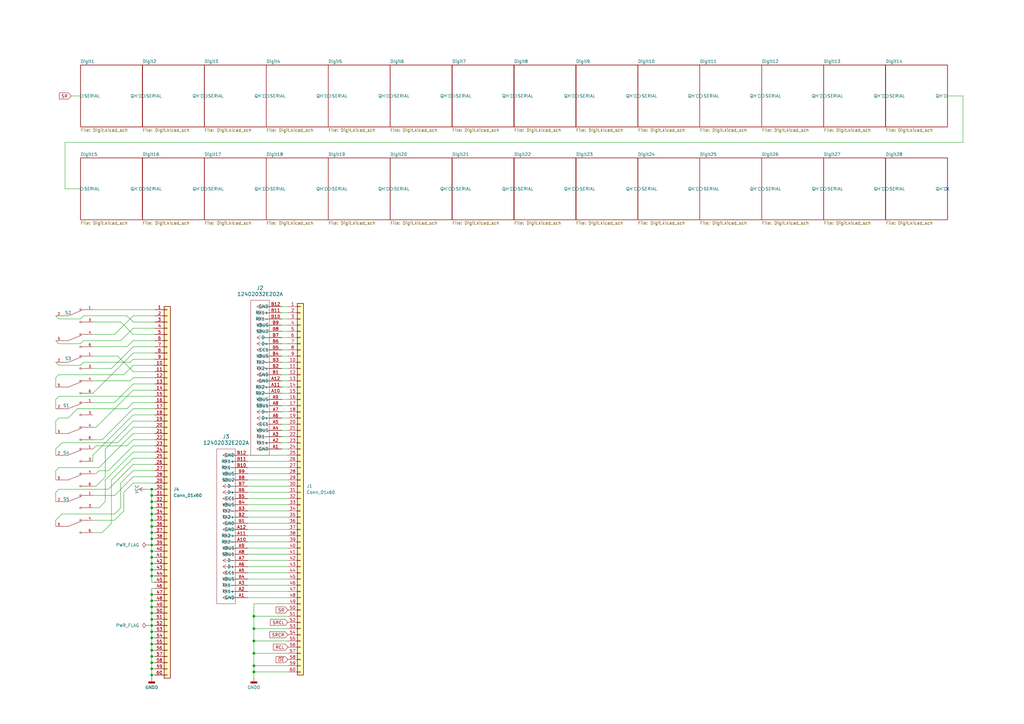
<source format=kicad_sch>
(kicad_sch (version 20250114) (generator "eeschema") (generator_version "9.0")
  (paper "A3")
  (lib_symbols
    (symbol "Connector_Generic:Conn_01x60" (pin_names (offset 1.016) (hide yes))
      (property "Reference" "J" (at 0 76.2 0))
      (property "Value" "Conn_01x60" (at 0 -78.74 0))
      (symbol "Conn_01x60_1_1"
        (pin passive line (at -5.08 73.66 0) (length 3.81) (name "Pin_1") (number "1"))
        (pin passive line (at -5.08 71.12 0) (length 3.81) (name "Pin_2") (number "2"))
        (pin passive line (at -5.08 68.58 0) (length 3.81) (name "Pin_3") (number "3"))
        (pin passive line (at -5.08 66.04 0) (length 3.81) (name "Pin_4") (number "4"))
        (pin passive line (at -5.08 63.5 0) (length 3.81) (name "Pin_5") (number "5"))
        (pin passive line (at -5.08 60.96 0) (length 3.81) (name "Pin_6") (number "6"))
        (pin passive line (at -5.08 58.42 0) (length 3.81) (name "Pin_7") (number "7"))
        (pin passive line (at -5.08 55.88 0) (length 3.81) (name "Pin_8") (number "8"))
        (pin passive line (at -5.08 53.34 0) (length 3.81) (name "Pin_9") (number "9"))
        (pin passive line (at -5.08 50.8 0) (length 3.81) (name "Pin_10") (number "10"))
        (pin passive line (at -5.08 48.26 0) (length 3.81) (name "Pin_11") (number "11"))
        (pin passive line (at -5.08 45.72 0) (length 3.81) (name "Pin_12") (number "12"))
        (pin passive line (at -5.08 43.18 0) (length 3.81) (name "Pin_13") (number "13"))
        (pin passive line (at -5.08 40.64 0) (length 3.81) (name "Pin_14") (number "14"))
        (pin passive line (at -5.08 38.1 0) (length 3.81) (name "Pin_15") (number "15"))
        (pin passive line (at -5.08 35.56 0) (length 3.81) (name "Pin_16") (number "16"))
        (pin passive line (at -5.08 33.02 0) (length 3.81) (name "Pin_17") (number "17"))
        (pin passive line (at -5.08 30.48 0) (length 3.81) (name "Pin_18") (number "18"))
        (pin passive line (at -5.08 27.94 0) (length 3.81) (name "Pin_19") (number "19"))
        (pin passive line (at -5.08 25.4 0) (length 3.81) (name "Pin_20") (number "20"))
        (pin passive line (at -5.08 22.86 0) (length 3.81) (name "Pin_21") (number "21"))
        (pin passive line (at -5.08 20.32 0) (length 3.81) (name "Pin_22") (number "22"))
        (pin passive line (at -5.08 17.78 0) (length 3.81) (name "Pin_23") (number "23"))
        (pin passive line (at -5.08 15.24 0) (length 3.81) (name "Pin_24") (number "24"))
        (pin passive line (at -5.08 12.7 0) (length 3.81) (name "Pin_25") (number "25"))
        (pin passive line (at -5.08 10.16 0) (length 3.81) (name "Pin_26") (number "26"))
        (pin passive line (at -5.08 7.62 0) (length 3.81) (name "Pin_27") (number "27"))
        (pin passive line (at -5.08 5.08 0) (length 3.81) (name "Pin_28") (number "28"))
        (pin passive line (at -5.08 2.54 0) (length 3.81) (name "Pin_29") (number "29"))
        (pin passive line (at -5.08 0 0) (length 3.81) (name "Pin_30") (number "30"))
        (pin passive line (at -5.08 -2.54 0) (length 3.81) (name "Pin_31") (number "31"))
        (pin passive line (at -5.08 -5.08 0) (length 3.81) (name "Pin_32") (number "32"))
        (pin passive line (at -5.08 -7.62 0) (length 3.81) (name "Pin_33") (number "33"))
        (pin passive line (at -5.08 -10.16 0) (length 3.81) (name "Pin_34") (number "34"))
        (pin passive line (at -5.08 -12.7 0) (length 3.81) (name "Pin_35") (number "35"))
        (pin passive line (at -5.08 -15.24 0) (length 3.81) (name "Pin_36") (number "36"))
        (pin passive line (at -5.08 -17.78 0) (length 3.81) (name "Pin_37") (number "37"))
        (pin passive line (at -5.08 -20.32 0) (length 3.81) (name "Pin_38") (number "38"))
        (pin passive line (at -5.08 -22.86 0) (length 3.81) (name "Pin_39") (number "39"))
        (pin passive line (at -5.08 -25.4 0) (length 3.81) (name "Pin_40") (number "40"))
        (pin passive line (at -5.08 -27.94 0) (length 3.81) (name "Pin_41") (number "41"))
        (pin passive line (at -5.08 -30.48 0) (length 3.81) (name "Pin_42") (number "42"))
        (pin passive line (at -5.08 -33.02 0) (length 3.81) (name "Pin_43") (number "43"))
        (pin passive line (at -5.08 -35.56 0) (length 3.81) (name "Pin_44") (number "44"))
        (pin passive line (at -5.08 -38.1 0) (length 3.81) (name "Pin_45") (number "45"))
        (pin passive line (at -5.08 -40.64 0) (length 3.81) (name "Pin_46") (number "46"))
        (pin passive line (at -5.08 -43.18 0) (length 3.81) (name "Pin_47") (number "47"))
        (pin passive line (at -5.08 -45.72 0) (length 3.81) (name "Pin_48") (number "48"))
        (pin passive line (at -5.08 -48.26 0) (length 3.81) (name "Pin_49") (number "49"))
        (pin passive line (at -5.08 -50.8 0) (length 3.81) (name "Pin_50") (number "50"))
        (pin passive line (at -5.08 -53.34 0) (length 3.81) (name "Pin_51") (number "51"))
        (pin passive line (at -5.08 -55.88 0) (length 3.81) (name "Pin_52") (number "52"))
        (pin passive line (at -5.08 -58.42 0) (length 3.81) (name "Pin_53") (number "53"))
        (pin passive line (at -5.08 -60.96 0) (length 3.81) (name "Pin_54") (number "54"))
        (pin passive line (at -5.08 -63.5 0) (length 3.81) (name "Pin_55") (number "55"))
        (pin passive line (at -5.08 -66.04 0) (length 3.81) (name "Pin_56") (number "56"))
        (pin passive line (at -5.08 -68.58 0) (length 3.81) (name "Pin_57") (number "57"))
        (pin passive line (at -5.08 -71.12 0) (length 3.81) (name "Pin_58") (number "58"))
        (pin passive line (at -5.08 -73.66 0) (length 3.81) (name "Pin_59") (number "59"))
        (pin passive line (at -5.08 -76.2 0) (length 3.81) (name "Pin_60") (number "60"))
      )
    )
    (symbol "External_Parts:12402032E202A" (pin_names (offset 0.254))
      (property "Reference" "J" (at 8.89 6.35 0))
      (property "Value" "12402032E202A" (at 0 0 0))
      (symbol "12402032E202A_1_1"
        (pin power_out line (at 0 0 0) (length 5.08) (name "GND") (number "A1"))
        (pin bidirectional line (at 0 -2.54 0) (length 5.08) (name "TX1+") (number "A2"))
        (pin bidirectional line (at 0 -5.08 0) (length 5.08) (name "TX1-") (number "A3"))
        (pin power_in line (at 0 -7.62 0) (length 5.08) (name "VBUS") (number "A4"))
        (pin bidirectional line (at 0 -10.16 0) (length 5.08) (name "CC1") (number "A5"))
        (pin unspecified line (at 0 -12.7 0) (length 5.08) (name "D+") (number "A6"))
        (pin bidirectional line (at 0 -15.24 0) (length 5.08) (name "D-") (number "A7"))
        (pin bidirectional line (at 0 -17.78 0) (length 5.08) (name "SBU1") (number "A8"))
        (pin power_in line (at 0 -20.32 0) (length 5.08) (name "VBUS") (number "A9"))
        (pin bidirectional line (at 0 -22.86 0) (length 5.08) (name "RX2-") (number "A10"))
        (pin bidirectional line (at 0 -25.4 0) (length 5.08) (name "RX2+") (number "A11"))
        (pin power_out line (at 0 -27.94 0) (length 5.08) (name "GND") (number "A12"))
        (pin power_out line (at 0 -30.48 0) (length 5.08) (name "GND") (number "B1"))
        (pin bidirectional line (at 0 -33.02 0) (length 5.08) (name "TX2+") (number "B2"))
        (pin bidirectional line (at 0 -35.56 0) (length 5.08) (name "TX2-") (number "B3"))
        (pin power_in line (at 0 -38.1 0) (length 5.08) (name "VBUS") (number "B4"))
        (pin bidirectional line (at 0 -40.64 0) (length 5.08) (name "CC1") (number "B5"))
        (pin unspecified line (at 0 -43.18 0) (length 5.08) (name "D+") (number "B6"))
        (pin bidirectional line (at 0 -45.72 0) (length 5.08) (name "D-") (number "B7"))
        (pin bidirectional line (at 0 -48.26 0) (length 5.08) (name "SBU2") (number "B8"))
        (pin power_in line (at 0 -50.8 0) (length 5.08) (name "VBUS") (number "B9"))
        (pin bidirectional line (at 0 -53.34 0) (length 5.08) (name "RX1-") (number "B10"))
        (pin bidirectional line (at 0 -55.88 0) (length 5.08) (name "RX1+") (number "B11"))
        (pin power_out line (at 0 -58.42 0) (length 5.08) (name "GND") (number "B12"))
      )
      (symbol "12402032E202A_1_2"
        (pin power_out line (at 0 0 0) (length 5.08) (name "GND") (number "A1"))
        (pin bidirectional line (at 0 -2.54 0) (length 5.08) (name "TX1+") (number "A2"))
        (pin bidirectional line (at 0 -5.08 0) (length 5.08) (name "TX1-") (number "A3"))
        (pin power_in line (at 0 -7.62 0) (length 5.08) (name "VBUS") (number "A4"))
        (pin bidirectional line (at 0 -10.16 0) (length 5.08) (name "CC1") (number "A5"))
        (pin unspecified line (at 0 -12.7 0) (length 5.08) (name "D+") (number "A6"))
        (pin bidirectional line (at 0 -15.24 0) (length 5.08) (name "D-") (number "A7"))
        (pin bidirectional line (at 0 -17.78 0) (length 5.08) (name "SBU1") (number "A8"))
        (pin power_in line (at 0 -20.32 0) (length 5.08) (name "VBUS") (number "A9"))
        (pin bidirectional line (at 0 -22.86 0) (length 5.08) (name "RX2-") (number "A10"))
        (pin bidirectional line (at 0 -25.4 0) (length 5.08) (name "RX2+") (number "A11"))
        (pin power_out line (at 0 -27.94 0) (length 5.08) (name "GND") (number "A12"))
        (pin power_out line (at 0 -30.48 0) (length 5.08) (name "GND") (number "B1"))
        (pin bidirectional line (at 0 -33.02 0) (length 5.08) (name "TX2+") (number "B2"))
        (pin bidirectional line (at 0 -35.56 0) (length 5.08) (name "TX2-") (number "B3"))
        (pin power_in line (at 0 -38.1 0) (length 5.08) (name "VBUS") (number "B4"))
        (pin bidirectional line (at 0 -40.64 0) (length 5.08) (name "CC1") (number "B5"))
        (pin unspecified line (at 0 -43.18 0) (length 5.08) (name "D+") (number "B6"))
        (pin bidirectional line (at 0 -45.72 0) (length 5.08) (name "D-") (number "B7"))
        (pin bidirectional line (at 0 -48.26 0) (length 5.08) (name "SBU2") (number "B8"))
        (pin power_in line (at 0 -50.8 0) (length 5.08) (name "VBUS") (number "B9"))
        (pin bidirectional line (at 0 -53.34 0) (length 5.08) (name "RX1-") (number "B10"))
        (pin bidirectional line (at 0 -55.88 0) (length 5.08) (name "RX1+") (number "B11"))
        (pin power_out line (at 0 -58.42 0) (length 5.08) (name "GND") (number "B12"))
      )
    )
    (symbol "External_Parts:TL2230EEF100" (pin_names (offset 1.016))
      (property "Reference" "S" (at -2.54 10.16 0))
      (property "Value" "TL2230EEF100" (at -2.54 -10.16 0))
      (symbol "TL2230EEF100_0_0"
        (pin passive line (at -7.62 5.08 0) (length 2.54) (name "~") (number "2"))
        (pin passive line (at -7.62 -5.08 0) (length 2.54) (name "~") (number "5"))
        (pin passive line (at 7.62 7.62 180) (length 2.54) (name "~") (number "1"))
        (pin passive line (at 7.62 2.54 180) (length 2.54) (name "~") (number "3"))
        (pin passive line (at 7.62 -2.54 180) (length 2.54) (name "~") (number "4"))
        (pin passive line (at 7.62 -7.62 180) (length 2.54) (name "~") (number "6"))
      )
    )
    (symbol "power:GNDD" (power) (pin_numbers (hide yes)) (pin_names (offset 0) (hide yes))
      (property "Value" "GNDD" (at 0 -3.175 0))
      (symbol "GNDD_1_1"
        (pin power_in line (at 0 0 270) (length 0) (name "~") (number "1"))
      )
    )
    (symbol "power:PWR_FLAG" (power) (pin_numbers (hide yes)) (pin_names (offset 0) (hide yes))
      (property "Value" "PWR_FLAG" (at 0 3.81 0))
      (symbol "PWR_FLAG_0_0"
        (pin power_out line (at 0 0 90) (length 0) (name "~") (number "1"))
      )
    )
    (symbol "power:VCC" (power) (pin_numbers (hide yes)) (pin_names (offset 0) (hide yes))
      (property "Value" "VCC" (at 0 3.556 0))
      (symbol "VCC_1_1"
        (pin power_in line (at 0 0 90) (length 0) (name "~") (number "1"))
      )
    )
  )
  (junction (at 62.23 200.66))
  (junction (at 62.23 203.2))
  (junction (at 62.23 269.24))
  (junction (at 62.23 215.9))
  (junction (at 62.23 274.32))
  (junction (at 104.14 267.97))
  (junction (at 62.23 256.54))
  (junction (at 104.14 262.89))
  (junction (at 62.23 208.28))
  (junction (at 104.14 252.73))
  (junction (at 62.23 233.68))
  (junction (at 104.14 275.59))
  (junction (at 62.23 236.22))
  (junction (at 62.23 205.74))
  (junction (at 62.23 271.78))
  (junction (at 62.23 264.16))
  (junction (at 62.23 254))
  (junction (at 62.23 261.62))
  (junction (at 62.23 243.84))
  (junction (at 62.23 223.52))
  (junction (at 104.14 257.81))
  (junction (at 104.14 273.05))
  (junction (at 62.23 248.92))
  (junction (at 62.23 213.36))
  (junction (at 62.23 251.46))
  (junction (at 62.23 228.6))
  (junction (at 62.23 259.08))
  (junction (at 62.23 226.06))
  (junction (at 62.23 218.44))
  (junction (at 62.23 210.82))
  (junction (at 62.23 220.98))
  (junction (at 62.23 231.14))
  (junction (at 62.23 266.7))
  (junction (at 62.23 246.38))
  (junction (at 62.23 276.86))
  (no_connect (at 388.62 77.47))
  (wire (pts (xy 54.61 182.88) (xy 63.5 182.88)))
  (wire (pts (xy 46.99 137.16) (xy 54.61 129.54)))
  (wire (pts (xy 62.23 210.82) (xy 63.5 210.82)))
  (wire (pts (xy 54.61 157.48) (xy 63.5 157.48)))
  (wire (pts (xy 115.57 143.51) (xy 118.11 143.51)))
  (wire (pts (xy 62.23 256.54) (xy 62.23 259.08)))
  (wire (pts (xy 62.23 220.98) (xy 62.23 218.44)))
  (wire (pts (xy 62.23 271.78) (xy 63.5 271.78)))
  (wire (pts (xy 63.5 220.98) (xy 62.23 220.98)))
  (wire (pts (xy 62.23 226.06) (xy 62.23 228.6)))
  (wire (pts (xy 38.1 146.05) (xy 48.26 146.05)))
  (wire (pts (xy 39.37 199.39) (xy 43.18 195.58)))
  (wire (pts (xy 34.29 139.7) (xy 49.53 139.7)))
  (wire (pts (xy 62.23 205.74) (xy 63.5 205.74)))
  (wire (pts (xy 54.61 180.34) (xy 63.5 180.34)))
  (wire (pts (xy 24.13 200.66) (xy 44.45 200.66)))
  (wire (pts (xy 33.02 130.81) (xy 34.29 129.54)))
  (wire (pts (xy 115.57 173.99) (xy 118.11 173.99)))
  (wire (pts (xy 101.6 237.49) (xy 118.11 237.49)))
  (wire (pts (xy 31.75 167.64) (xy 27.94 171.45)))
  (wire (pts (xy 46.99 203.2) (xy 54.61 195.58)))
  (wire (pts (xy 54.61 149.86) (xy 63.5 149.86)))
  (wire (pts (xy 62.23 266.7) (xy 62.23 269.24)))
  (wire (pts (xy 62.23 223.52) (xy 62.23 220.98)))
  (wire (pts (xy 24.13 140.97) (xy 33.02 140.97)))
  (wire (pts (xy 62.23 208.28) (xy 63.5 208.28)))
  (wire (pts (xy 38.1 186.69) (xy 54.61 170.18)))
  (wire (pts (xy 63.5 165.1) (xy 54.61 165.1)))
  (wire (pts (xy 43.18 196.85) (xy 54.61 185.42)))
  (wire (pts (xy 38.1 184.15) (xy 39.37 182.88)))
  (wire (pts (xy 115.57 146.05) (xy 118.11 146.05)))
  (wire (pts (xy 394.97 39.37) (xy 388.62 39.37)))
  (wire (pts (xy 104.14 275.59) (xy 118.11 275.59)))
  (wire (pts (xy 25.4 181.61) (xy 48.26 181.61)))
  (wire (pts (xy 45.72 151.13) (xy 54.61 142.24)))
  (wire (pts (xy 115.57 176.53) (xy 118.11 176.53)))
  (wire (pts (xy 54.61 193.04) (xy 63.5 193.04)))
  (wire (pts (xy 62.23 223.52) (xy 62.23 226.06)))
  (wire (pts (xy 54.61 175.26) (xy 63.5 175.26)))
  (wire (pts (xy 115.57 128.27) (xy 118.11 128.27)))
  (wire (pts (xy 101.6 234.95) (xy 118.11 234.95)))
  (wire (pts (xy 62.23 218.44) (xy 62.23 215.9)))
  (wire (pts (xy 60.96 223.52) (xy 62.23 223.52)))
  (wire (pts (xy 62.23 276.86) (xy 63.5 276.86)))
  (wire (pts (xy 22.86 213.36) (xy 25.4 210.82)))
  (wire (pts (xy 62.23 200.66) (xy 63.5 200.66)))
  (wire (pts (xy 41.91 180.34) (xy 54.61 167.64)))
  (wire (pts (xy 24.13 130.81) (xy 33.02 130.81)))
  (wire (pts (xy 115.57 171.45) (xy 118.11 171.45)))
  (wire (pts (xy 394.97 58.42) (xy 394.97 39.37)))
  (wire (pts (xy 62.23 271.78) (xy 62.23 274.32)))
  (wire (pts (xy 101.6 207.01) (xy 118.11 207.01)))
  (wire (pts (xy 101.6 189.23) (xy 118.11 189.23)))
  (wire (pts (xy 50.8 201.93) (xy 54.61 198.12)))
  (wire (pts (xy 54.61 154.94) (xy 63.5 154.94)))
  (wire (pts (xy 52.07 129.54) (xy 54.61 132.08)))
  (wire (pts (xy 118.11 247.65) (xy 104.14 247.65)))
  (wire (pts (xy 54.61 170.18) (xy 63.5 170.18)))
  (wire (pts (xy 62.23 246.38) (xy 62.23 248.92)))
  (wire (pts (xy 34.29 129.54) (xy 52.07 129.54)))
  (wire (pts (xy 38.1 156.21) (xy 53.34 156.21)))
  (wire (pts (xy 54.61 137.16) (xy 63.5 137.16)))
  (wire (pts (xy 22.86 154.94) (xy 24.13 153.67)))
  (wire (pts (xy 62.23 236.22) (xy 63.5 236.22)))
  (wire (pts (xy 101.6 212.09) (xy 118.11 212.09)))
  (wire (pts (xy 46.99 213.36) (xy 50.8 209.55)))
  (wire (pts (xy 101.6 232.41) (xy 118.11 232.41)))
  (wire (pts (xy 22.86 215.9) (xy 22.86 213.36)))
  (wire (pts (xy 38.1 180.34) (xy 41.91 180.34)))
  (wire (pts (xy 62.23 226.06) (xy 63.5 226.06)))
  (wire (pts (xy 62.23 243.84) (xy 63.5 243.84)))
  (wire (pts (xy 101.6 240.03) (xy 118.11 240.03)))
  (wire (pts (xy 38.1 194.31) (xy 39.37 194.31)))
  (wire (pts (xy 53.34 156.21) (xy 54.61 154.94)))
  (wire (pts (xy 63.5 256.54) (xy 62.23 256.54)))
  (wire (pts (xy 24.13 149.86) (xy 33.02 149.86)))
  (wire (pts (xy 62.23 236.22) (xy 62.23 238.76)))
  (wire (pts (xy 49.53 139.7) (xy 54.61 134.62)))
  (wire (pts (xy 45.72 196.85) (xy 54.61 187.96)))
  (wire (pts (xy 60.96 256.54) (xy 62.23 256.54)))
  (wire (pts (xy 104.14 262.89) (xy 104.14 267.97)))
  (wire (pts (xy 101.6 196.85) (xy 118.11 196.85)))
  (wire (pts (xy 115.57 135.89) (xy 118.11 135.89)))
  (wire (pts (xy 101.6 245.11) (xy 118.11 245.11)))
  (wire (pts (xy 104.14 247.65) (xy 104.14 252.73)))
  (wire (pts (xy 104.14 262.89) (xy 118.11 262.89)))
  (wire (pts (xy 40.64 208.28) (xy 43.18 205.74)))
  (wire (pts (xy 22.86 158.75) (xy 22.86 154.94)))
  (wire (pts (xy 101.6 227.33) (xy 118.11 227.33)))
  (wire (pts (xy 38.1 142.24) (xy 52.07 142.24)))
  (wire (pts (xy 44.45 200.66) (xy 54.61 190.5)))
  (wire (pts (xy 39.37 182.88) (xy 52.07 182.88)))
  (wire (pts (xy 54.61 177.8) (xy 63.5 177.8)))
  (wire (pts (xy 104.14 267.97) (xy 104.14 273.05)))
  (wire (pts (xy 48.26 181.61) (xy 54.61 175.26)))
  (wire (pts (xy 62.23 213.36) (xy 63.5 213.36)))
  (wire (pts (xy 62.23 269.24) (xy 63.5 269.24)))
  (wire (pts (xy 101.6 191.77) (xy 118.11 191.77)))
  (wire (pts (xy 62.23 264.16) (xy 62.23 266.7)))
  (wire (pts (xy 54.61 147.32) (xy 63.5 147.32)))
  (wire (pts (xy 22.86 186.69) (xy 22.86 184.15)))
  (wire (pts (xy 52.07 182.88) (xy 54.61 180.34)))
  (wire (pts (xy 62.23 200.66) (xy 62.23 203.2)))
  (wire (pts (xy 62.23 259.08) (xy 62.23 261.62)))
  (wire (pts (xy 62.23 243.84) (xy 62.23 246.38)))
  (wire (pts (xy 62.23 259.08) (xy 63.5 259.08)))
  (wire (pts (xy 38.1 132.08) (xy 49.53 132.08)))
  (wire (pts (xy 49.53 208.28) (xy 49.53 198.12)))
  (wire (pts (xy 62.23 251.46) (xy 63.5 251.46)))
  (wire (pts (xy 104.14 257.81) (xy 104.14 262.89)))
  (wire (pts (xy 54.61 167.64) (xy 63.5 167.64)))
  (wire (pts (xy 45.72 214.63) (xy 45.72 196.85)))
  (wire (pts (xy 62.23 231.14) (xy 63.5 231.14)))
  (wire (pts (xy 104.14 273.05) (xy 118.11 273.05)))
  (wire (pts (xy 53.34 148.59) (xy 54.61 147.32)))
  (wire (pts (xy 22.86 184.15) (xy 25.4 181.61)))
  (wire (pts (xy 59.69 200.66) (xy 62.23 200.66)))
  (wire (pts (xy 38.1 127) (xy 63.5 127)))
  (wire (pts (xy 101.6 209.55) (xy 118.11 209.55)))
  (wire (pts (xy 62.23 218.44) (xy 63.5 218.44)))
  (wire (pts (xy 104.14 252.73) (xy 104.14 257.81)))
  (wire (pts (xy 49.53 198.12) (xy 54.61 193.04)))
  (wire (pts (xy 62.23 251.46) (xy 62.23 254)))
  (wire (pts (xy 104.14 257.81) (xy 118.11 257.81)))
  (wire (pts (xy 54.61 142.24) (xy 63.5 142.24)))
  (wire (pts (xy 62.23 241.3) (xy 62.23 243.84)))
  (wire (pts (xy 104.14 252.73) (xy 118.11 252.73)))
  (wire (pts (xy 62.23 238.76) (xy 63.5 238.76)))
  (wire (pts (xy 101.6 219.71) (xy 118.11 219.71)))
  (wire (pts (xy 101.6 242.57) (xy 118.11 242.57)))
  (wire (pts (xy 101.6 229.87) (xy 118.11 229.87)))
  (wire (pts (xy 115.57 166.37) (xy 118.11 166.37)))
  (wire (pts (xy 54.61 137.16) (xy 49.53 132.08)))
  (wire (pts (xy 63.5 162.56) (xy 24.13 162.56)))
  (wire (pts (xy 54.61 129.54) (xy 63.5 129.54)))
  (wire (pts (xy 38.1 203.2) (xy 46.99 203.2)))
  (wire (pts (xy 101.6 222.25) (xy 118.11 222.25)))
  (wire (pts (xy 62.23 264.16) (xy 63.5 264.16)))
  (wire (pts (xy 40.64 193.04) (xy 44.45 193.04)))
  (wire (pts (xy 62.23 269.24) (xy 62.23 271.78)))
  (wire (pts (xy 24.13 153.67) (xy 50.8 153.67)))
  (wire (pts (xy 62.23 205.74) (xy 62.23 203.2)))
  (wire (pts (xy 38.1 189.23) (xy 38.1 186.69)))
  (wire (pts (xy 22.86 193.04) (xy 24.13 191.77)))
  (wire (pts (xy 22.86 148.59) (xy 24.13 149.86)))
  (wire (pts (xy 38.1 213.36) (xy 46.99 213.36)))
  (wire (pts (xy 39.37 175.26) (xy 54.61 160.02)))
  (wire (pts (xy 62.23 254) (xy 62.23 256.54)))
  (wire (pts (xy 101.6 201.93) (xy 118.11 201.93)))
  (wire (pts (xy 22.86 163.83) (xy 22.86 167.64)))
  (wire (pts (xy 46.99 210.82) (xy 49.53 208.28)))
  (wire (pts (xy 115.57 153.67) (xy 118.11 153.67)))
  (wire (pts (xy 115.57 181.61) (xy 118.11 181.61)))
  (wire (pts (xy 62.23 228.6) (xy 62.23 231.14)))
  (wire (pts (xy 62.23 276.86) (xy 62.23 278.13)))
  (wire (pts (xy 38.1 165.1) (xy 46.99 165.1)))
  (wire (pts (xy 22.86 139.7) (xy 24.13 140.97)))
  (wire (pts (xy 54.61 187.96) (xy 63.5 187.96)))
  (wire (pts (xy 22.86 201.93) (xy 24.13 200.66)))
  (wire (pts (xy 22.86 172.72) (xy 22.86 177.8)))
  (wire (pts (xy 62.23 215.9) (xy 63.5 215.9)))
  (wire (pts (xy 34.29 148.59) (xy 53.34 148.59)))
  (wire (pts (xy 27.94 171.45) (xy 24.13 171.45)))
  (wire (pts (xy 63.5 152.4) (xy 54.61 152.4)))
  (wire (pts (xy 101.6 204.47) (xy 118.11 204.47)))
  (wire (pts (xy 101.6 194.31) (xy 118.11 194.31)))
  (wire (pts (xy 38.1 161.29) (xy 54.61 144.78)))
  (wire (pts (xy 62.23 233.68) (xy 62.23 236.22)))
  (wire (pts (xy 33.02 140.97) (xy 34.29 139.7)))
  (wire (pts (xy 54.61 195.58) (xy 63.5 195.58)))
  (wire (pts (xy 115.57 140.97) (xy 118.11 140.97)))
  (wire (pts (xy 62.23 246.38) (xy 63.5 246.38)))
  (wire (pts (xy 54.61 139.7) (xy 63.5 139.7)))
  (wire (pts (xy 33.02 77.47) (xy 26.67 77.47)))
  (wire (pts (xy 38.1 137.16) (xy 46.99 137.16)))
  (wire (pts (xy 62.23 231.14) (xy 62.23 233.68)))
  (wire (pts (xy 39.37 194.31) (xy 40.64 193.04)))
  (wire (pts (xy 43.18 205.74) (xy 43.18 196.85)))
  (wire (pts (xy 62.23 215.9) (xy 62.23 213.36)))
  (wire (pts (xy 46.99 165.1) (xy 54.61 157.48)))
  (wire (pts (xy 22.86 196.85) (xy 22.86 193.04)))
  (wire (pts (xy 62.23 228.6) (xy 63.5 228.6)))
  (wire (pts (xy 101.6 199.39) (xy 118.11 199.39)))
  (wire (pts (xy 24.13 171.45) (xy 22.86 172.72)))
  (wire (pts (xy 29.21 39.37) (xy 33.02 39.37)))
  (wire (pts (xy 115.57 125.73) (xy 118.11 125.73)))
  (wire (pts (xy 101.6 217.17) (xy 118.11 217.17)))
  (wire (pts (xy 33.02 149.86) (xy 34.29 148.59)))
  (wire (pts (xy 115.57 163.83) (xy 118.11 163.83)))
  (wire (pts (xy 62.23 274.32) (xy 63.5 274.32)))
  (wire (pts (xy 62.23 213.36) (xy 62.23 210.82)))
  (wire (pts (xy 101.6 214.63) (xy 118.11 214.63)))
  (wire (pts (xy 38.1 199.39) (xy 39.37 199.39)))
  (wire (pts (xy 115.57 148.59) (xy 118.11 148.59)))
  (wire (pts (xy 43.18 195.58) (xy 43.18 184.15)))
  (wire (pts (xy 54.61 185.42) (xy 63.5 185.42)))
  (wire (pts (xy 24.13 191.77) (xy 40.64 191.77)))
  (wire (pts (xy 62.23 208.28) (xy 62.23 205.74)))
  (wire (pts (xy 62.23 261.62) (xy 62.23 264.16)))
  (wire (pts (xy 54.61 132.08) (xy 63.5 132.08)))
  (wire (pts (xy 62.23 266.7) (xy 63.5 266.7)))
  (wire (pts (xy 41.91 218.44) (xy 45.72 214.63)))
  (wire (pts (xy 62.23 261.62) (xy 63.5 261.62)))
  (wire (pts (xy 38.1 218.44) (xy 41.91 218.44)))
  (wire (pts (xy 62.23 241.3) (xy 63.5 241.3)))
  (wire (pts (xy 115.57 138.43) (xy 118.11 138.43)))
  (wire (pts (xy 115.57 179.07) (xy 118.11 179.07)))
  (wire (pts (xy 54.61 172.72) (xy 63.5 172.72)))
  (wire (pts (xy 38.1 175.26) (xy 39.37 175.26)))
  (wire (pts (xy 22.86 205.74) (xy 22.86 201.93)))
  (wire (pts (xy 38.1 208.28) (xy 40.64 208.28)))
  (wire (pts (xy 54.61 198.12) (xy 63.5 198.12)))
  (wire (pts (xy 38.1 151.13) (xy 45.72 151.13)))
  (wire (pts (xy 115.57 156.21) (xy 118.11 156.21)))
  (wire (pts (xy 115.57 133.35) (xy 118.11 133.35)))
  (wire (pts (xy 25.4 210.82) (xy 46.99 210.82)))
  (wire (pts (xy 24.13 162.56) (xy 22.86 163.83)))
  (wire (pts (xy 62.23 248.92) (xy 62.23 251.46)))
  (wire (pts (xy 104.14 275.59) (xy 104.14 278.13)))
  (wire (pts (xy 62.23 210.82) (xy 62.23 208.28)))
  (wire (pts (xy 50.8 209.55) (xy 50.8 201.93)))
  (wire (pts (xy 52.07 167.64) (xy 31.75 167.64)))
  (wire (pts (xy 115.57 158.75) (xy 118.11 158.75)))
  (wire (pts (xy 40.64 191.77) (xy 54.61 177.8)))
  (wire (pts (xy 22.86 129.54) (xy 24.13 130.81)))
  (wire (pts (xy 104.14 267.97) (xy 118.11 267.97)))
  (wire (pts (xy 43.18 184.15) (xy 54.61 172.72)))
  (wire (pts (xy 62.23 203.2) (xy 63.5 203.2)))
  (wire (pts (xy 26.67 77.47) (xy 26.67 58.42)))
  (wire (pts (xy 44.45 193.04) (xy 54.61 182.88)))
  (wire (pts (xy 115.57 168.91) (xy 118.11 168.91)))
  (wire (pts (xy 62.23 274.32) (xy 62.23 276.86)))
  (wire (pts (xy 62.23 254) (xy 63.5 254)))
  (wire (pts (xy 54.61 144.78) (xy 63.5 144.78)))
  (wire (pts (xy 54.61 152.4) (xy 48.26 146.05)))
  (wire (pts (xy 54.61 190.5) (xy 63.5 190.5)))
  (wire (pts (xy 101.6 186.69) (xy 118.11 186.69)))
  (wire (pts (xy 101.6 224.79) (xy 118.11 224.79)))
  (wire (pts (xy 115.57 151.13) (xy 118.11 151.13)))
  (wire (pts (xy 54.61 160.02) (xy 63.5 160.02)))
  (wire (pts (xy 54.61 165.1) (xy 52.07 167.64)))
  (wire (pts (xy 62.23 248.92) (xy 63.5 248.92)))
  (wire (pts (xy 115.57 161.29) (xy 118.11 161.29)))
  (wire (pts (xy 115.57 184.15) (xy 118.11 184.15)))
  (wire (pts (xy 54.61 134.62) (xy 63.5 134.62)))
  (wire (pts (xy 26.67 58.42) (xy 394.97 58.42)))
  (wire (pts (xy 104.14 273.05) (xy 104.14 275.59)))
  (wire (pts (xy 52.07 142.24) (xy 54.61 139.7)))
  (wire (pts (xy 50.8 153.67) (xy 54.61 149.86)))
  (wire (pts (xy 115.57 130.81) (xy 118.11 130.81)))
  (wire (pts (xy 63.5 223.52) (xy 62.23 223.52)))
  (wire (pts (xy 62.23 233.68) (xy 63.5 233.68)))
  (global_label "SRCL" (shape input) (at 118.11 255.27 180) (property "Intersheetrefs" "${INTERSHEET_REFS}" (effects (hide yes))))
  (global_label "SR" (shape input) (at 29.21 39.37 180) (property "Intersheetrefs" "${INTERSHEET_REFS}" (effects (hide yes))))
  (global_label "SRCR" (shape input) (at 118.11 260.35 180) (property "Intersheetrefs" "${INTERSHEET_REFS}" (effects (hide yes))))
  (global_label "~{OE}" (shape input) (at 118.11 270.51 180) (property "Intersheetrefs" "${INTERSHEET_REFS}" (effects (hide yes))))
  (global_label "RCL" (shape input) (at 118.11 265.43 180) (property "Intersheetrefs" "${INTERSHEET_REFS}" (effects (hide yes))))
  (global_label "SR" (shape input) (at 118.11 250.19 180) (property "Intersheetrefs" "${INTERSHEET_REFS}" (effects (hide yes))))
  (symbol (lib_id "External_Parts:TL2230EEF100") (at 30.48 210.82 0) (unit 1)
    (property "Reference" "S5" (at 27.178 204.724 0))
    (property "Value" "TL2230EEF100" (effects (hide yes)))
    (property "Footprint" "External_Parts:SW_TL2230EEF100" (effects (hide yes)))
    (property "PARTREV" "E" (effects (hide yes)))
    (property "STANDARD" "Manufacturer Recommendations" (effects (hide yes)))
    (property "MANUFACTURER" "E-Switch" (effects (hide yes)))
    (property "MAXIMUM_PACKAGE_HEIGHT" "12.5 mm" (effects (hide yes)))
    (property "SNAPEDA_PN" "TL2230EEF140" (effects (hide yes)))
  )
  (symbol (lib_id "External_Parts:TL2230EEF100") (at 30.48 153.67 0) (unit 1)
    (property "Reference" "S3" (at 27.94 147.066 0))
    (property "Value" "TL2230EEF100" (effects (hide yes)))
    (property "Footprint" "External_Parts:SW_TL2230EEF100" (effects (hide yes)))
    (property "PARTREV" "E" (effects (hide yes)))
    (property "STANDARD" "Manufacturer Recommendations" (effects (hide yes)))
    (property "MANUFACTURER" "E-Switch" (effects (hide yes)))
    (property "MAXIMUM_PACKAGE_HEIGHT" "12.5 mm" (effects (hide yes)))
    (property "SNAPEDA_PN" "TL2230EEF140" (effects (hide yes)))
  )
  (symbol (lib_id "power:GNDD") (at 62.23 278.13 0) (unit 1)
    (property "Reference" "#PWR0254" (effects (hide yes)))
    (property "Value" "GNDD" (at 62.23 281.94 0))
    (property "Description" "Power symbol creates a global label with name \"GNDD\" , digital ground" (effects (hide yes)))
  )
  (symbol (lib_id "External_Parts:12402032E202A") (at 115.57 184.15 180) (unit 1)
    (property "Reference" "J2" (at 106.68 118.11 0) (effects (font (size 1.524 1.524))))
    (property "Value" "12402032E202A" (at 106.68 120.65 0) (effects (font (size 1.524 1.524))))
    (property "Footprint" "External_Parts:CONN_12402032E202A_AMP" (effects (hide yes)))
    (property "Datasheet" "12402032E202A" (effects (hide yes)))
  )
  (symbol (lib_id "power:VCC") (at 59.69 200.66 90) (unit 1)
    (property "Reference" "#PWR0253" (effects (hide yes)))
    (property "Value" "VCC" (at 56.134 200.66 0))
    (property "Description" "Power symbol creates a global label with name \"VCC\"" (effects (hide yes)))
  )
  (symbol (lib_id "External_Parts:TL2230EEF100") (at 30.48 172.72 0) (unit 1)
    (property "Reference" "S1" (at 27.178 166.37 0))
    (property "Value" "TL2230EEF100" (effects (hide yes)))
    (property "Footprint" "External_Parts:SW_TL2230EEF100" (effects (hide yes)))
    (property "PARTREV" "E" (effects (hide yes)))
    (property "STANDARD" "Manufacturer Recommendations" (effects (hide yes)))
    (property "MANUFACTURER" "E-Switch" (effects (hide yes)))
    (property "MAXIMUM_PACKAGE_HEIGHT" "12.5 mm" (effects (hide yes)))
    (property "SNAPEDA_PN" "TL2230EEF140" (effects (hide yes)))
  )
  (symbol (lib_id "power:PWR_FLAG") (at 60.96 256.54 90) (unit 1)
    (property "Reference" "#FLG02" (effects (hide yes)))
    (property "Value" "PWR_FLAG" (at 57.15 256.5399 90) (effects (justify left)))
    (property "Description" "Special symbol for telling ERC where power comes from" (effects (hide yes)))
  )
  (symbol (lib_id "Connector_Generic:Conn_01x60") (at 123.19 199.39 0) (unit 1)
    (property "Reference" "J1" (at 125.73 199.3899 0) (effects (justify left)))
    (property "Value" "Conn_01x60" (at 125.73 201.9299 0) (effects (justify left)))
    (property "Footprint" "External_Parts:CON_2004850460_MOL" (effects (hide yes)))
    (property "Description" "\"Generic connector, single row, 01x60, script generated\"" (effects (hide yes)))
  )
  (symbol (lib_id "External_Parts:12402032E202A") (at 101.6 245.11 180) (unit 1)
    (property "Reference" "J3" (at 92.71 179.07 0) (effects (font (size 1.524 1.524))))
    (property "Value" "12402032E202A" (at 92.71 181.61 0) (effects (font (size 1.524 1.524))))
    (property "Footprint" "External_Parts:CONN_12402032E202A_AMP" (effects (hide yes)))
    (property "Datasheet" "12402032E202A" (effects (hide yes)))
  )
  (symbol (lib_id "External_Parts:TL2230EEF100") (at 30.48 134.62 0) (unit 1)
    (property "Reference" "S2" (at 27.94 128.27 0))
    (property "Value" "TL2230EEF100" (effects (hide yes)))
    (property "Footprint" "External_Parts:SW_TL2230EEF100" (effects (hide yes)))
    (property "PARTREV" "E" (effects (hide yes)))
    (property "STANDARD" "Manufacturer Recommendations" (effects (hide yes)))
    (property "MANUFACTURER" "E-Switch" (effects (hide yes)))
    (property "MAXIMUM_PACKAGE_HEIGHT" "12.5 mm" (effects (hide yes)))
    (property "SNAPEDA_PN" "TL2230EEF140" (effects (hide yes)))
  )
  (symbol (lib_id "External_Parts:TL2230EEF100") (at 30.48 191.77 0) (unit 1)
    (property "Reference" "S4" (at 27.178 185.674 0))
    (property "Value" "TL2230EEF100" (effects (hide yes)))
    (property "Footprint" "External_Parts:SW_TL2230EEF100" (effects (hide yes)))
    (property "PARTREV" "E" (effects (hide yes)))
    (property "STANDARD" "Manufacturer Recommendations" (effects (hide yes)))
    (property "MANUFACTURER" "E-Switch" (effects (hide yes)))
    (property "MAXIMUM_PACKAGE_HEIGHT" "12.5 mm" (effects (hide yes)))
    (property "SNAPEDA_PN" "TL2230EEF140" (effects (hide yes)))
  )
  (symbol (lib_id "power:PWR_FLAG") (at 60.96 223.52 90) (unit 1)
    (property "Reference" "#FLG01" (effects (hide yes)))
    (property "Value" "PWR_FLAG" (at 57.15 223.5199 90) (effects (justify left)))
    (property "Description" "Special symbol for telling ERC where power comes from" (effects (hide yes)))
  )
  (symbol (lib_id "Connector_Generic:Conn_01x60") (at 68.58 200.66 0) (unit 1)
    (property "Reference" "J4" (at 71.12 200.6599 0) (effects (justify left)))
    (property "Value" "Conn_01x60" (at 71.12 203.1999 0) (effects (justify left)))
    (property "Footprint" "External_Parts:CON_2004850460_MOL" (effects (hide yes)))
    (property "Description" "\"Generic connector, single row, 01x60, script generated\"" (effects (hide yes)))
  )
  (symbol (lib_id "power:GNDD") (at 104.14 278.13 0) (unit 1)
    (property "Reference" "#PWR0112" (effects (hide yes)))
    (property "Value" "GNDD" (at 104.14 281.94 0))
    (property "Description" "Power symbol creates a global label with name \"GNDD\" , digital ground" (effects (hide yes)))
  )
  (sheet (at 185.42 64.77) (size 25.4 25.4) (stroke (width 0.1524))
    (property "Sheetname" "Digit21" (at 185.42 64.0584 0) (effects (justify left bottom)))
    (property "Sheetfile" "Digit.kicad_sch" (at 185.42 90.7546 0) (effects (justify left top)))
    (pin "QH'" output (at 210.82 77.47 0))
    (pin "SERIAL" input (at 185.42 77.47 180))
  )
  (sheet (at 287.02 64.77) (size 25.4 25.4) (stroke (width 0.1524))
    (property "Sheetname" "Digit25" (at 287.02 64.0584 0) (effects (justify left bottom)))
    (property "Sheetfile" "Digit.kicad_sch" (at 287.02 90.7546 0) (effects (justify left top)))
    (pin "QH'" output (at 312.42 77.47 0))
    (pin "SERIAL" input (at 287.02 77.47 180))
  )
  (sheet (at 261.62 26.67) (size 25.4 25.4) (stroke (width 0.1524))
    (property "Sheetname" "Digit10" (at 261.62 25.9584 0) (effects (justify left bottom)))
    (property "Sheetfile" "Digit.kicad_sch" (at 261.62 52.6546 0) (effects (justify left top)))
    (pin "QH'" output (at 287.02 39.37 0))
    (pin "SERIAL" input (at 261.62 39.37 180))
  )
  (sheet (at 109.22 64.77) (size 25.4 25.4) (stroke (width 0.1524))
    (property "Sheetname" "Digit18" (at 109.22 64.0584 0) (effects (justify left bottom)))
    (property "Sheetfile" "Digit.kicad_sch" (at 109.22 90.7546 0) (effects (justify left top)))
    (pin "QH'" output (at 134.62 77.47 0))
    (pin "SERIAL" input (at 109.22 77.47 180))
  )
  (sheet (at 83.82 26.67) (size 25.4 25.4) (stroke (width 0.1524))
    (property "Sheetname" "Digit3" (at 83.82 25.9584 0) (effects (justify left bottom)))
    (property "Sheetfile" "Digit.kicad_sch" (at 83.82 52.6546 0) (effects (justify left top)))
    (pin "QH'" output (at 109.22 39.37 0))
    (pin "SERIAL" input (at 83.82 39.37 180))
  )
  (sheet (at 134.62 26.67) (size 25.4 25.4) (stroke (width 0.1524))
    (property "Sheetname" "Digit5" (at 134.62 25.9584 0) (effects (justify left bottom)))
    (property "Sheetfile" "Digit.kicad_sch" (at 134.62 52.6546 0) (effects (justify left top)))
    (pin "QH'" output (at 160.02 39.37 0))
    (pin "SERIAL" input (at 134.62 39.37 180))
  )
  (sheet (at 210.82 26.67) (size 25.4 25.4) (stroke (width 0.1524))
    (property "Sheetname" "Digit8" (at 210.82 25.9584 0) (effects (justify left bottom)))
    (property "Sheetfile" "Digit.kicad_sch" (at 210.82 52.6546 0) (effects (justify left top)))
    (pin "QH'" output (at 236.22 39.37 0))
    (pin "SERIAL" input (at 210.82 39.37 180))
  )
  (sheet (at 109.22 26.67) (size 25.4 25.4) (stroke (width 0.1524))
    (property "Sheetname" "Digit4" (at 109.22 25.9584 0) (effects (justify left bottom)))
    (property "Sheetfile" "Digit.kicad_sch" (at 109.22 52.6546 0) (effects (justify left top)))
    (pin "QH'" output (at 134.62 39.37 0))
    (pin "SERIAL" input (at 109.22 39.37 180))
  )
  (sheet (at 312.42 64.77) (size 25.4 25.4) (stroke (width 0.1524))
    (property "Sheetname" "Digit26" (at 312.42 64.0584 0) (effects (justify left bottom)))
    (property "Sheetfile" "Digit.kicad_sch" (at 312.42 90.7546 0) (effects (justify left top)))
    (pin "QH'" output (at 337.82 77.47 0))
    (pin "SERIAL" input (at 312.42 77.47 180))
  )
  (sheet (at 83.82 64.77) (size 25.4 25.4) (stroke (width 0.1524))
    (property "Sheetname" "Digit17" (at 83.82 64.0584 0) (effects (justify left bottom)))
    (property "Sheetfile" "Digit.kicad_sch" (at 83.82 90.7546 0) (effects (justify left top)))
    (pin "QH'" output (at 109.22 77.47 0))
    (pin "SERIAL" input (at 83.82 77.47 180))
  )
  (sheet (at 160.02 26.67) (size 25.4 25.4) (stroke (width 0.1524))
    (property "Sheetname" "Digit6" (at 160.02 25.9584 0) (effects (justify left bottom)))
    (property "Sheetfile" "Digit.kicad_sch" (at 160.02 52.6546 0) (effects (justify left top)))
    (pin "QH'" output (at 185.42 39.37 0))
    (pin "SERIAL" input (at 160.02 39.37 180))
  )
  (sheet (at 236.22 26.67) (size 25.4 25.4) (stroke (width 0.1524))
    (property "Sheetname" "Digit9" (at 236.22 25.9584 0) (effects (justify left bottom)))
    (property "Sheetfile" "Digit.kicad_sch" (at 236.22 52.6546 0) (effects (justify left top)))
    (pin "QH'" output (at 261.62 39.37 0))
    (pin "SERIAL" input (at 236.22 39.37 180))
  )
  (sheet (at 236.22 64.77) (size 25.4 25.4) (stroke (width 0.1524))
    (property "Sheetname" "Digit23" (at 236.22 64.0584 0) (effects (justify left bottom)))
    (property "Sheetfile" "Digit.kicad_sch" (at 236.22 90.7546 0) (effects (justify left top)))
    (pin "QH'" output (at 261.62 77.47 0))
    (pin "SERIAL" input (at 236.22 77.47 180))
  )
  (sheet (at 337.82 64.77) (size 25.4 25.4) (stroke (width 0.1524))
    (property "Sheetname" "Digit27" (at 337.82 64.0584 0) (effects (justify left bottom)))
    (property "Sheetfile" "Digit.kicad_sch" (at 337.82 90.7546 0) (effects (justify left top)))
    (pin "QH'" output (at 363.22 77.47 0))
    (pin "SERIAL" input (at 337.82 77.47 180))
  )
  (sheet (at 363.22 64.77) (size 25.4 25.4) (stroke (width 0.1524))
    (property "Sheetname" "Digit28" (at 363.22 64.0584 0) (effects (justify left bottom)))
    (property "Sheetfile" "Digit.kicad_sch" (at 363.22 90.7546 0) (effects (justify left top)))
    (pin "QH'" output (at 388.62 77.47 0))
    (pin "SERIAL" input (at 363.22 77.47 180))
  )
  (sheet (at 134.62 64.77) (size 25.4 25.4) (stroke (width 0.1524))
    (property "Sheetname" "Digit19" (at 134.62 64.0584 0) (effects (justify left bottom)))
    (property "Sheetfile" "Digit.kicad_sch" (at 134.62 90.7546 0) (effects (justify left top)))
    (pin "QH'" output (at 160.02 77.47 0))
    (pin "SERIAL" input (at 134.62 77.47 180))
  )
  (sheet (at 58.42 64.77) (size 25.4 25.4) (stroke (width 0.1524))
    (property "Sheetname" "Digit16" (at 58.42 64.0584 0) (effects (justify left bottom)))
    (property "Sheetfile" "Digit.kicad_sch" (at 58.42 90.7546 0) (effects (justify left top)))
    (pin "QH'" output (at 83.82 77.47 0))
    (pin "SERIAL" input (at 58.42 77.47 180))
  )
  (sheet (at 363.22 26.67) (size 25.4 25.4) (stroke (width 0.1524))
    (property "Sheetname" "Digit14" (at 363.22 25.9584 0) (effects (justify left bottom)))
    (property "Sheetfile" "Digit.kicad_sch" (at 363.22 52.6546 0) (effects (justify left top)))
    (pin "QH'" output (at 388.62 39.37 0))
    (pin "SERIAL" input (at 363.22 39.37 180))
  )
  (sheet (at 337.82 26.67) (size 25.4 25.4) (stroke (width 0.1524))
    (property "Sheetname" "Digit13" (at 337.82 25.9584 0) (effects (justify left bottom)))
    (property "Sheetfile" "Digit.kicad_sch" (at 337.82 52.6546 0) (effects (justify left top)))
    (pin "QH'" output (at 363.22 39.37 0))
    (pin "SERIAL" input (at 337.82 39.37 180))
  )
  (sheet (at 160.02 64.77) (size 25.4 25.4) (stroke (width 0.1524))
    (property "Sheetname" "Digit20" (at 160.02 64.0584 0) (effects (justify left bottom)))
    (property "Sheetfile" "Digit.kicad_sch" (at 160.02 90.7546 0) (effects (justify left top)))
    (pin "QH'" output (at 185.42 77.47 0))
    (pin "SERIAL" input (at 160.02 77.47 180))
  )
  (sheet (at 287.02 26.67) (size 25.4 25.4) (stroke (width 0.1524))
    (property "Sheetname" "Digit11" (at 287.02 25.9584 0) (effects (justify left bottom)))
    (property "Sheetfile" "Digit.kicad_sch" (at 287.02 52.6546 0) (effects (justify left top)))
    (pin "QH'" output (at 312.42 39.37 0))
    (pin "SERIAL" input (at 287.02 39.37 180))
  )
  (sheet (at 33.02 26.67) (size 25.4 25.4) (stroke (width 0.1524))
    (property "Sheetname" "Digit1" (at 33.02 25.9584 0) (effects (justify left bottom)))
    (property "Sheetfile" "Digit.kicad_sch" (at 33.02 52.6546 0) (effects (justify left top)))
    (pin "QH'" output (at 58.42 39.37 0))
    (pin "SERIAL" input (at 33.02 39.37 180))
  )
  (sheet (at 58.42 26.67) (size 25.4 25.4) (stroke (width 0.1524))
    (property "Sheetname" "Digit2" (at 58.42 25.9584 0) (effects (justify left bottom)))
    (property "Sheetfile" "Digit.kicad_sch" (at 58.42 52.6546 0) (effects (justify left top)))
    (pin "QH'" output (at 83.82 39.37 0))
    (pin "SERIAL" input (at 58.42 39.37 180))
  )
  (sheet (at 210.82 64.77) (size 25.4 25.4) (stroke (width 0.1524))
    (property "Sheetname" "Digit22" (at 210.82 64.0584 0) (effects (justify left bottom)))
    (property "Sheetfile" "Digit.kicad_sch" (at 210.82 90.7546 0) (effects (justify left top)))
    (pin "QH'" output (at 236.22 77.47 0))
    (pin "SERIAL" input (at 210.82 77.47 180))
  )
  (sheet (at 312.42 26.67) (size 25.4 25.4) (stroke (width 0.1524))
    (property "Sheetname" "Digit12" (at 312.42 25.9584 0) (effects (justify left bottom)))
    (property "Sheetfile" "Digit.kicad_sch" (at 312.42 52.6546 0) (effects (justify left top)))
    (pin "QH'" output (at 337.82 39.37 0))
    (pin "SERIAL" input (at 312.42 39.37 180))
  )
  (sheet (at 185.42 26.67) (size 25.4 25.4) (stroke (width 0.1524))
    (property "Sheetname" "Digit7" (at 185.42 25.9584 0) (effects (justify left bottom)))
    (property "Sheetfile" "Digit.kicad_sch" (at 185.42 52.6546 0) (effects (justify left top)))
    (pin "QH'" output (at 210.82 39.37 0))
    (pin "SERIAL" input (at 185.42 39.37 180))
  )
  (sheet (at 261.62 64.77) (size 25.4 25.4) (stroke (width 0.1524))
    (property "Sheetname" "Digit24" (at 261.62 64.0584 0) (effects (justify left bottom)))
    (property "Sheetfile" "Digit.kicad_sch" (at 261.62 90.7546 0) (effects (justify left top)))
    (pin "QH'" output (at 287.02 77.47 0))
    (pin "SERIAL" input (at 261.62 77.47 180))
  )
  (sheet (at 33.02 64.77) (size 25.4 25.4) (stroke (width 0.1524))
    (property "Sheetname" "Digit15" (at 33.02 64.0584 0) (effects (justify left bottom)))
    (property "Sheetfile" "Digit.kicad_sch" (at 33.02 90.7546 0) (effects (justify left top)))
    (pin "QH'" output (at 58.42 77.47 0))
    (pin "SERIAL" input (at 33.02 77.47 180))
  )
)
</source>
